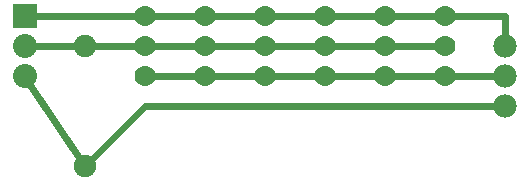
<source format=gbl>
G04 MADE WITH FRITZING*
G04 WWW.FRITZING.ORG*
G04 SINGLE SIDED*
G04 HOLES NOT PLATED*
G04 CONTOUR ON CENTER OF CONTOUR VECTOR*
%ASAXBY*%
%FSLAX23Y23*%
%MOIN*%
%OFA0B0*%
%SFA1.0B1.0*%
%ADD10C,0.069444*%
%ADD11C,0.075000*%
%ADD12C,0.080000*%
%ADD13C,0.078000*%
%ADD14R,0.080000X0.080000*%
%ADD15C,0.024000*%
%LNCOPPER0*%
G90*
G70*
G54D10*
X599Y403D03*
X599Y503D03*
X599Y603D03*
X799Y403D03*
X799Y503D03*
X799Y603D03*
X1599Y403D03*
X1599Y503D03*
X1599Y603D03*
X1399Y403D03*
X1399Y503D03*
X1399Y603D03*
X1199Y403D03*
X1199Y503D03*
X1199Y603D03*
X999Y403D03*
X999Y503D03*
X999Y603D03*
G54D11*
X399Y503D03*
X399Y103D03*
G54D12*
X199Y603D03*
X199Y503D03*
X199Y403D03*
G54D13*
X1799Y503D03*
X1799Y403D03*
X1799Y303D03*
G54D14*
X199Y603D03*
G54D15*
X1583Y503D02*
X1414Y503D01*
D02*
X1183Y503D02*
X1014Y503D01*
D02*
X614Y503D02*
X783Y503D01*
D02*
X1383Y503D02*
X1214Y503D01*
D02*
X219Y503D02*
X381Y503D01*
D02*
X416Y503D02*
X583Y503D01*
D02*
X219Y603D02*
X583Y603D01*
D02*
X1383Y603D02*
X1214Y603D01*
D02*
X210Y386D02*
X389Y118D01*
D02*
X814Y503D02*
X983Y503D01*
D02*
X814Y603D02*
X983Y603D01*
D02*
X614Y603D02*
X783Y603D01*
D02*
X1183Y603D02*
X1014Y603D01*
D02*
X1583Y603D02*
X1414Y603D01*
D02*
X1214Y403D02*
X1383Y403D01*
D02*
X814Y403D02*
X983Y403D01*
D02*
X1014Y403D02*
X1183Y403D01*
D02*
X1780Y303D02*
X599Y303D01*
D02*
X599Y303D02*
X411Y115D01*
D02*
X1799Y522D02*
X1799Y603D01*
D02*
X1799Y603D02*
X1614Y603D01*
D02*
X799Y403D02*
X799Y388D01*
D02*
X614Y403D02*
X799Y403D01*
D02*
X1599Y403D02*
X1414Y403D01*
D02*
X1599Y388D02*
X1599Y403D01*
D02*
X1799Y403D02*
X1614Y403D01*
G04 End of Copper0*
M02*
</source>
